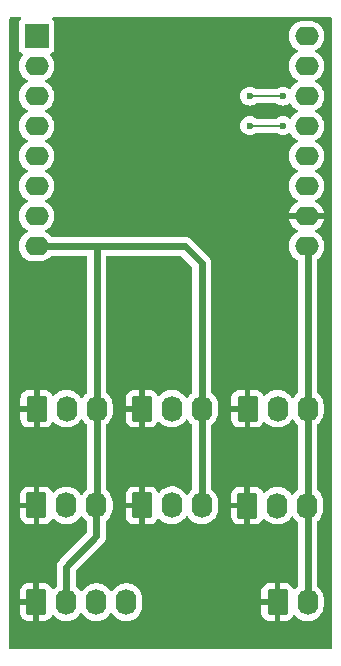
<source format=gbl>
G04 #@! TF.GenerationSoftware,KiCad,Pcbnew,8.0.4*
G04 #@! TF.CreationDate,2024-07-25T20:30:30+02:00*
G04 #@! TF.ProjectId,hmmctrl,686d6d63-7472-46c2-9e6b-696361645f70,rev?*
G04 #@! TF.SameCoordinates,Original*
G04 #@! TF.FileFunction,Copper,L2,Bot*
G04 #@! TF.FilePolarity,Positive*
%FSLAX46Y46*%
G04 Gerber Fmt 4.6, Leading zero omitted, Abs format (unit mm)*
G04 Created by KiCad (PCBNEW 8.0.4) date 2024-07-25 20:30:30*
%MOMM*%
%LPD*%
G01*
G04 APERTURE LIST*
G04 Aperture macros list*
%AMRoundRect*
0 Rectangle with rounded corners*
0 $1 Rounding radius*
0 $2 $3 $4 $5 $6 $7 $8 $9 X,Y pos of 4 corners*
0 Add a 4 corners polygon primitive as box body*
4,1,4,$2,$3,$4,$5,$6,$7,$8,$9,$2,$3,0*
0 Add four circle primitives for the rounded corners*
1,1,$1+$1,$2,$3*
1,1,$1+$1,$4,$5*
1,1,$1+$1,$6,$7*
1,1,$1+$1,$8,$9*
0 Add four rect primitives between the rounded corners*
20,1,$1+$1,$2,$3,$4,$5,0*
20,1,$1+$1,$4,$5,$6,$7,0*
20,1,$1+$1,$6,$7,$8,$9,0*
20,1,$1+$1,$8,$9,$2,$3,0*%
G04 Aperture macros list end*
G04 #@! TA.AperFunction,ComponentPad*
%ADD10RoundRect,0.250000X-0.620000X-0.845000X0.620000X-0.845000X0.620000X0.845000X-0.620000X0.845000X0*%
G04 #@! TD*
G04 #@! TA.AperFunction,ComponentPad*
%ADD11O,1.740000X2.190000*%
G04 #@! TD*
G04 #@! TA.AperFunction,ComponentPad*
%ADD12R,2.000000X2.000000*%
G04 #@! TD*
G04 #@! TA.AperFunction,ComponentPad*
%ADD13O,2.000000X1.600000*%
G04 #@! TD*
G04 #@! TA.AperFunction,ViaPad*
%ADD14C,0.600000*%
G04 #@! TD*
G04 #@! TA.AperFunction,Conductor*
%ADD15C,0.600000*%
G04 #@! TD*
G04 #@! TA.AperFunction,Conductor*
%ADD16C,0.200000*%
G04 #@! TD*
G04 APERTURE END LIST*
D10*
X90730000Y-86230000D03*
D11*
X93270000Y-86230000D03*
X95810000Y-86230000D03*
X98350000Y-86230000D03*
D10*
X90760000Y-69850000D03*
D11*
X93300000Y-69850000D03*
X95840000Y-69850000D03*
D10*
X99675000Y-78050000D03*
D11*
X102215000Y-78050000D03*
X104755000Y-78050000D03*
X95830000Y-78050000D03*
X93290000Y-78050000D03*
D10*
X90750000Y-78050000D03*
X108620000Y-69850000D03*
D11*
X111160000Y-69850000D03*
X113700000Y-69850000D03*
D10*
X99670000Y-69850000D03*
D11*
X102210000Y-69850000D03*
X104750000Y-69850000D03*
D10*
X111160000Y-86230000D03*
D11*
X113700000Y-86230000D03*
D10*
X108600000Y-78055000D03*
D11*
X111140000Y-78055000D03*
X113680000Y-78055000D03*
D12*
X90755000Y-38310000D03*
D13*
X90755000Y-40850000D03*
X90755000Y-43390000D03*
X90755000Y-45930000D03*
X90755000Y-48470000D03*
X90755000Y-51010000D03*
X90755000Y-53550000D03*
X90755000Y-56090000D03*
X113615000Y-56090000D03*
X113615000Y-53550000D03*
X113615000Y-51010000D03*
X113615000Y-48470000D03*
X113615000Y-45930000D03*
X113615000Y-43390000D03*
X113615000Y-40850000D03*
X113615000Y-38310000D03*
D14*
X111600000Y-43400000D03*
X108800000Y-43400000D03*
X111600000Y-45900000D03*
X108800000Y-45900000D03*
D15*
X95830000Y-78050000D02*
X95830000Y-80670000D01*
X95830000Y-80670000D02*
X93270000Y-83230000D01*
X93270000Y-83230000D02*
X93270000Y-86230000D01*
D16*
X108800000Y-43400000D02*
X111600000Y-43400000D01*
X108800000Y-45900000D02*
X111600000Y-45900000D01*
D15*
X104750000Y-69850000D02*
X104750000Y-69950000D01*
X104750000Y-69950000D02*
X104755000Y-69955000D01*
X104755000Y-69955000D02*
X104755000Y-78050000D01*
X95840000Y-69850000D02*
X95840000Y-78040000D01*
X95840000Y-78040000D02*
X95830000Y-78050000D01*
X90755000Y-56090000D02*
X95900000Y-56090000D01*
X95900000Y-56090000D02*
X103290000Y-56090000D01*
X95840000Y-69850000D02*
X95840000Y-56150000D01*
X95840000Y-56150000D02*
X95900000Y-56090000D01*
X103290000Y-56090000D02*
X104750000Y-57550000D01*
X104750000Y-57550000D02*
X104750000Y-69850000D01*
X113700000Y-86230000D02*
X113700000Y-56175000D01*
D16*
X113700000Y-56175000D02*
X113615000Y-56090000D01*
X102360000Y-77700000D02*
X102360000Y-77110000D01*
X102360000Y-77110000D02*
X102250000Y-77000000D01*
G04 #@! TA.AperFunction,Conductor*
G36*
X89429171Y-36719685D02*
G01*
X89474926Y-36772489D01*
X89484870Y-36841647D01*
X89455845Y-36905203D01*
X89436444Y-36923266D01*
X89397452Y-36952455D01*
X89311206Y-37067664D01*
X89311202Y-37067671D01*
X89260908Y-37202517D01*
X89254501Y-37262116D01*
X89254501Y-37262123D01*
X89254500Y-37262135D01*
X89254500Y-39357870D01*
X89254501Y-39357876D01*
X89260908Y-39417483D01*
X89311202Y-39552328D01*
X89311206Y-39552335D01*
X89397452Y-39667544D01*
X89397455Y-39667547D01*
X89512664Y-39753793D01*
X89512673Y-39753798D01*
X89549914Y-39767688D01*
X89605848Y-39809559D01*
X89630266Y-39875023D01*
X89615415Y-39943296D01*
X89594265Y-39971550D01*
X89563027Y-40002787D01*
X89442715Y-40168386D01*
X89349781Y-40350776D01*
X89286522Y-40545465D01*
X89254500Y-40747648D01*
X89254500Y-40952351D01*
X89286522Y-41154534D01*
X89349781Y-41349223D01*
X89442715Y-41531613D01*
X89563028Y-41697213D01*
X89707786Y-41841971D01*
X89862749Y-41954556D01*
X89873390Y-41962287D01*
X89964840Y-42008883D01*
X89966080Y-42009515D01*
X90016876Y-42057490D01*
X90033671Y-42125311D01*
X90011134Y-42191446D01*
X89966080Y-42230485D01*
X89873386Y-42277715D01*
X89707786Y-42398028D01*
X89563028Y-42542786D01*
X89442715Y-42708386D01*
X89349781Y-42890776D01*
X89286522Y-43085465D01*
X89254500Y-43287648D01*
X89254500Y-43492351D01*
X89286522Y-43694534D01*
X89349781Y-43889223D01*
X89406809Y-44001145D01*
X89438426Y-44063197D01*
X89442715Y-44071613D01*
X89563028Y-44237213D01*
X89707786Y-44381971D01*
X89862749Y-44494556D01*
X89873390Y-44502287D01*
X89964840Y-44548883D01*
X89966080Y-44549515D01*
X90016876Y-44597490D01*
X90033671Y-44665311D01*
X90011134Y-44731446D01*
X89966080Y-44770485D01*
X89873386Y-44817715D01*
X89707786Y-44938028D01*
X89563028Y-45082786D01*
X89442715Y-45248386D01*
X89349781Y-45430776D01*
X89286522Y-45625465D01*
X89254500Y-45827648D01*
X89254500Y-46032351D01*
X89286522Y-46234534D01*
X89349781Y-46429223D01*
X89442715Y-46611613D01*
X89563028Y-46777213D01*
X89707786Y-46921971D01*
X89862749Y-47034556D01*
X89873390Y-47042287D01*
X89964840Y-47088883D01*
X89966080Y-47089515D01*
X90016876Y-47137490D01*
X90033671Y-47205311D01*
X90011134Y-47271446D01*
X89966080Y-47310485D01*
X89873386Y-47357715D01*
X89707786Y-47478028D01*
X89563028Y-47622786D01*
X89442715Y-47788386D01*
X89349781Y-47970776D01*
X89286522Y-48165465D01*
X89254500Y-48367648D01*
X89254500Y-48572351D01*
X89286522Y-48774534D01*
X89349781Y-48969223D01*
X89442715Y-49151613D01*
X89563028Y-49317213D01*
X89707786Y-49461971D01*
X89862749Y-49574556D01*
X89873390Y-49582287D01*
X89964840Y-49628883D01*
X89966080Y-49629515D01*
X90016876Y-49677490D01*
X90033671Y-49745311D01*
X90011134Y-49811446D01*
X89966080Y-49850485D01*
X89873386Y-49897715D01*
X89707786Y-50018028D01*
X89563028Y-50162786D01*
X89442715Y-50328386D01*
X89349781Y-50510776D01*
X89286522Y-50705465D01*
X89254500Y-50907648D01*
X89254500Y-51112351D01*
X89286522Y-51314534D01*
X89349781Y-51509223D01*
X89442715Y-51691613D01*
X89563028Y-51857213D01*
X89707786Y-52001971D01*
X89862749Y-52114556D01*
X89873390Y-52122287D01*
X89964840Y-52168883D01*
X89966080Y-52169515D01*
X90016876Y-52217490D01*
X90033671Y-52285311D01*
X90011134Y-52351446D01*
X89966080Y-52390485D01*
X89873386Y-52437715D01*
X89707786Y-52558028D01*
X89563028Y-52702786D01*
X89442715Y-52868386D01*
X89349781Y-53050776D01*
X89286522Y-53245465D01*
X89254500Y-53447648D01*
X89254500Y-53652351D01*
X89286522Y-53854534D01*
X89349781Y-54049223D01*
X89442715Y-54231613D01*
X89563028Y-54397213D01*
X89707786Y-54541971D01*
X89862749Y-54654556D01*
X89873390Y-54662287D01*
X89964840Y-54708883D01*
X89966080Y-54709515D01*
X90016876Y-54757490D01*
X90033671Y-54825311D01*
X90011134Y-54891446D01*
X89966080Y-54930485D01*
X89873386Y-54977715D01*
X89707786Y-55098028D01*
X89563028Y-55242786D01*
X89442715Y-55408386D01*
X89349781Y-55590776D01*
X89286522Y-55785465D01*
X89254500Y-55987648D01*
X89254500Y-56192351D01*
X89286522Y-56394534D01*
X89349781Y-56589223D01*
X89442715Y-56771613D01*
X89563028Y-56937213D01*
X89707786Y-57081971D01*
X89862749Y-57194556D01*
X89873390Y-57202287D01*
X89971793Y-57252426D01*
X90055776Y-57295218D01*
X90055778Y-57295218D01*
X90055781Y-57295220D01*
X90121305Y-57316510D01*
X90250465Y-57358477D01*
X90351557Y-57374488D01*
X90452648Y-57390500D01*
X90452649Y-57390500D01*
X91057351Y-57390500D01*
X91057352Y-57390500D01*
X91259534Y-57358477D01*
X91454219Y-57295220D01*
X91636610Y-57202287D01*
X91729590Y-57134732D01*
X91802213Y-57081971D01*
X91802215Y-57081968D01*
X91802219Y-57081966D01*
X91946966Y-56937219D01*
X91946972Y-56937210D01*
X91949748Y-56933962D01*
X92008258Y-56895773D01*
X92044033Y-56890500D01*
X94915500Y-56890500D01*
X94982539Y-56910185D01*
X95028294Y-56962989D01*
X95039500Y-57014500D01*
X95039500Y-68449384D01*
X95019815Y-68516423D01*
X94988387Y-68549701D01*
X94947179Y-68579640D01*
X94794643Y-68732176D01*
X94794643Y-68732177D01*
X94794641Y-68732179D01*
X94777706Y-68755488D01*
X94670318Y-68903294D01*
X94614988Y-68945959D01*
X94545374Y-68951938D01*
X94483579Y-68919332D01*
X94469682Y-68903294D01*
X94432639Y-68852309D01*
X94345359Y-68732179D01*
X94192821Y-68579641D01*
X94018299Y-68452843D01*
X93826089Y-68354908D01*
X93620926Y-68288246D01*
X93620924Y-68288245D01*
X93620922Y-68288245D01*
X93407866Y-68254500D01*
X93407861Y-68254500D01*
X93192139Y-68254500D01*
X93192134Y-68254500D01*
X92979077Y-68288245D01*
X92773908Y-68354909D01*
X92581700Y-68452843D01*
X92407180Y-68579640D01*
X92264816Y-68722004D01*
X92203493Y-68755488D01*
X92133801Y-68750504D01*
X92077868Y-68708632D01*
X92064748Y-68686716D01*
X92064356Y-68685876D01*
X91972315Y-68536654D01*
X91848345Y-68412684D01*
X91699124Y-68320643D01*
X91699119Y-68320641D01*
X91532697Y-68265494D01*
X91532690Y-68265493D01*
X91429986Y-68255000D01*
X91010000Y-68255000D01*
X91010000Y-69307290D01*
X90989661Y-69295548D01*
X90838333Y-69255000D01*
X90681667Y-69255000D01*
X90530339Y-69295548D01*
X90510000Y-69307290D01*
X90510000Y-68255000D01*
X90090028Y-68255000D01*
X90090012Y-68255001D01*
X89987302Y-68265494D01*
X89820880Y-68320641D01*
X89820875Y-68320643D01*
X89671654Y-68412684D01*
X89547684Y-68536654D01*
X89455643Y-68685875D01*
X89455641Y-68685880D01*
X89400494Y-68852302D01*
X89400493Y-68852309D01*
X89390000Y-68955013D01*
X89390000Y-69600000D01*
X90217291Y-69600000D01*
X90205548Y-69620339D01*
X90165000Y-69771667D01*
X90165000Y-69928333D01*
X90205548Y-70079661D01*
X90217291Y-70100000D01*
X89390001Y-70100000D01*
X89390001Y-70744986D01*
X89400494Y-70847697D01*
X89455641Y-71014119D01*
X89455643Y-71014124D01*
X89547684Y-71163345D01*
X89671654Y-71287315D01*
X89820875Y-71379356D01*
X89820880Y-71379358D01*
X89987302Y-71434505D01*
X89987309Y-71434506D01*
X90090019Y-71444999D01*
X90509999Y-71444999D01*
X90510000Y-71444998D01*
X90510000Y-70392709D01*
X90530339Y-70404452D01*
X90681667Y-70445000D01*
X90838333Y-70445000D01*
X90989661Y-70404452D01*
X91010000Y-70392709D01*
X91010000Y-71444999D01*
X91429972Y-71444999D01*
X91429986Y-71444998D01*
X91532697Y-71434505D01*
X91699119Y-71379358D01*
X91699124Y-71379356D01*
X91848345Y-71287315D01*
X91972315Y-71163345D01*
X92064354Y-71014127D01*
X92064745Y-71013289D01*
X92065167Y-71012809D01*
X92068149Y-71007975D01*
X92068974Y-71008484D01*
X92110910Y-70960843D01*
X92178100Y-70941681D01*
X92244984Y-70961887D01*
X92264816Y-70977996D01*
X92407179Y-71120359D01*
X92581701Y-71247157D01*
X92773911Y-71345092D01*
X92979074Y-71411754D01*
X93058973Y-71424408D01*
X93192134Y-71445500D01*
X93192139Y-71445500D01*
X93407866Y-71445500D01*
X93526230Y-71426752D01*
X93620926Y-71411754D01*
X93826089Y-71345092D01*
X94018299Y-71247157D01*
X94192821Y-71120359D01*
X94345359Y-70967821D01*
X94469682Y-70796704D01*
X94525012Y-70754040D01*
X94594626Y-70748061D01*
X94656420Y-70780667D01*
X94670315Y-70796702D01*
X94794641Y-70967821D01*
X94947179Y-71120359D01*
X94988385Y-71150297D01*
X95031051Y-71205624D01*
X95039500Y-71250614D01*
X95039500Y-76642119D01*
X95019815Y-76709158D01*
X94988386Y-76742437D01*
X94937177Y-76779642D01*
X94784643Y-76932176D01*
X94784643Y-76932177D01*
X94784641Y-76932179D01*
X94707729Y-77038038D01*
X94660318Y-77103294D01*
X94604988Y-77145959D01*
X94535374Y-77151938D01*
X94473579Y-77119332D01*
X94459682Y-77103294D01*
X94437435Y-77072674D01*
X94335359Y-76932179D01*
X94182821Y-76779641D01*
X94008299Y-76652843D01*
X93816089Y-76554908D01*
X93610926Y-76488246D01*
X93610924Y-76488245D01*
X93610922Y-76488245D01*
X93397866Y-76454500D01*
X93397861Y-76454500D01*
X93182139Y-76454500D01*
X93182134Y-76454500D01*
X92969077Y-76488245D01*
X92763908Y-76554909D01*
X92571700Y-76652843D01*
X92397180Y-76779640D01*
X92254816Y-76922004D01*
X92193493Y-76955488D01*
X92123801Y-76950504D01*
X92067868Y-76908632D01*
X92054748Y-76886716D01*
X92054356Y-76885876D01*
X91962315Y-76736654D01*
X91838345Y-76612684D01*
X91689124Y-76520643D01*
X91689119Y-76520641D01*
X91522697Y-76465494D01*
X91522690Y-76465493D01*
X91419986Y-76455000D01*
X91000000Y-76455000D01*
X91000000Y-77507290D01*
X90979661Y-77495548D01*
X90828333Y-77455000D01*
X90671667Y-77455000D01*
X90520339Y-77495548D01*
X90500000Y-77507290D01*
X90500000Y-76455000D01*
X90080028Y-76455000D01*
X90080012Y-76455001D01*
X89977302Y-76465494D01*
X89810880Y-76520641D01*
X89810875Y-76520643D01*
X89661654Y-76612684D01*
X89537684Y-76736654D01*
X89445643Y-76885875D01*
X89445641Y-76885880D01*
X89390494Y-77052302D01*
X89390493Y-77052309D01*
X89380000Y-77155013D01*
X89380000Y-77800000D01*
X90207291Y-77800000D01*
X90195548Y-77820339D01*
X90155000Y-77971667D01*
X90155000Y-78128333D01*
X90195548Y-78279661D01*
X90207291Y-78300000D01*
X89380001Y-78300000D01*
X89380001Y-78944986D01*
X89390494Y-79047697D01*
X89445641Y-79214119D01*
X89445643Y-79214124D01*
X89537684Y-79363345D01*
X89661654Y-79487315D01*
X89810875Y-79579356D01*
X89810880Y-79579358D01*
X89977302Y-79634505D01*
X89977309Y-79634506D01*
X90080019Y-79644999D01*
X90499999Y-79644999D01*
X90500000Y-79644998D01*
X90500000Y-78592709D01*
X90520339Y-78604452D01*
X90671667Y-78645000D01*
X90828333Y-78645000D01*
X90979661Y-78604452D01*
X91000000Y-78592709D01*
X91000000Y-79644999D01*
X91419972Y-79644999D01*
X91419986Y-79644998D01*
X91522697Y-79634505D01*
X91689119Y-79579358D01*
X91689124Y-79579356D01*
X91838345Y-79487315D01*
X91962315Y-79363345D01*
X92054354Y-79214127D01*
X92054745Y-79213289D01*
X92055167Y-79212809D01*
X92058149Y-79207975D01*
X92058974Y-79208484D01*
X92100910Y-79160843D01*
X92168100Y-79141681D01*
X92234984Y-79161887D01*
X92254816Y-79177996D01*
X92397179Y-79320359D01*
X92571701Y-79447157D01*
X92763911Y-79545092D01*
X92969074Y-79611754D01*
X93048973Y-79624408D01*
X93182134Y-79645500D01*
X93182139Y-79645500D01*
X93397866Y-79645500D01*
X93516230Y-79626752D01*
X93610926Y-79611754D01*
X93816089Y-79545092D01*
X94008299Y-79447157D01*
X94182821Y-79320359D01*
X94335359Y-79167821D01*
X94459682Y-78996704D01*
X94515012Y-78954040D01*
X94584626Y-78948061D01*
X94646420Y-78980667D01*
X94660315Y-78996702D01*
X94784641Y-79167821D01*
X94937179Y-79320359D01*
X94978385Y-79350297D01*
X95021051Y-79405624D01*
X95029500Y-79450614D01*
X95029500Y-80287060D01*
X95009815Y-80354099D01*
X94993181Y-80374741D01*
X92759711Y-82608211D01*
X92703960Y-82663962D01*
X92648209Y-82719712D01*
X92560609Y-82850814D01*
X92560602Y-82850827D01*
X92500264Y-82996498D01*
X92500261Y-82996510D01*
X92469500Y-83151153D01*
X92469500Y-84829384D01*
X92449815Y-84896423D01*
X92418387Y-84929701D01*
X92377181Y-84959639D01*
X92234816Y-85102004D01*
X92173493Y-85135488D01*
X92103801Y-85130504D01*
X92047868Y-85088632D01*
X92034748Y-85066716D01*
X92034356Y-85065876D01*
X91942315Y-84916654D01*
X91818345Y-84792684D01*
X91669124Y-84700643D01*
X91669119Y-84700641D01*
X91502697Y-84645494D01*
X91502690Y-84645493D01*
X91399986Y-84635000D01*
X90980000Y-84635000D01*
X90980000Y-85687290D01*
X90959661Y-85675548D01*
X90808333Y-85635000D01*
X90651667Y-85635000D01*
X90500339Y-85675548D01*
X90480000Y-85687290D01*
X90480000Y-84635000D01*
X90060028Y-84635000D01*
X90060012Y-84635001D01*
X89957302Y-84645494D01*
X89790880Y-84700641D01*
X89790875Y-84700643D01*
X89641654Y-84792684D01*
X89517684Y-84916654D01*
X89425643Y-85065875D01*
X89425641Y-85065880D01*
X89370494Y-85232302D01*
X89370493Y-85232309D01*
X89360000Y-85335013D01*
X89360000Y-85980000D01*
X90187291Y-85980000D01*
X90175548Y-86000339D01*
X90135000Y-86151667D01*
X90135000Y-86308333D01*
X90175548Y-86459661D01*
X90187291Y-86480000D01*
X89360001Y-86480000D01*
X89360001Y-87124986D01*
X89370494Y-87227697D01*
X89425641Y-87394119D01*
X89425643Y-87394124D01*
X89517684Y-87543345D01*
X89641654Y-87667315D01*
X89790875Y-87759356D01*
X89790880Y-87759358D01*
X89957302Y-87814505D01*
X89957309Y-87814506D01*
X90060019Y-87824999D01*
X90479999Y-87824999D01*
X90480000Y-87824998D01*
X90480000Y-86772709D01*
X90500339Y-86784452D01*
X90651667Y-86825000D01*
X90808333Y-86825000D01*
X90959661Y-86784452D01*
X90980000Y-86772709D01*
X90980000Y-87824999D01*
X91399972Y-87824999D01*
X91399986Y-87824998D01*
X91502697Y-87814505D01*
X91669119Y-87759358D01*
X91669124Y-87759356D01*
X91818345Y-87667315D01*
X91942315Y-87543345D01*
X92034354Y-87394127D01*
X92034745Y-87393289D01*
X92035167Y-87392809D01*
X92038149Y-87387975D01*
X92038974Y-87388484D01*
X92080910Y-87340843D01*
X92148100Y-87321681D01*
X92214984Y-87341887D01*
X92234816Y-87357996D01*
X92377179Y-87500359D01*
X92551701Y-87627157D01*
X92743911Y-87725092D01*
X92949074Y-87791754D01*
X93028973Y-87804408D01*
X93162134Y-87825500D01*
X93162139Y-87825500D01*
X93377866Y-87825500D01*
X93496230Y-87806752D01*
X93590926Y-87791754D01*
X93796089Y-87725092D01*
X93988299Y-87627157D01*
X94162821Y-87500359D01*
X94315359Y-87347821D01*
X94439682Y-87176704D01*
X94495012Y-87134040D01*
X94564626Y-87128061D01*
X94626420Y-87160667D01*
X94640315Y-87176702D01*
X94764641Y-87347821D01*
X94917179Y-87500359D01*
X95091701Y-87627157D01*
X95283911Y-87725092D01*
X95489074Y-87791754D01*
X95568973Y-87804408D01*
X95702134Y-87825500D01*
X95702139Y-87825500D01*
X95917866Y-87825500D01*
X96036230Y-87806752D01*
X96130926Y-87791754D01*
X96336089Y-87725092D01*
X96528299Y-87627157D01*
X96702821Y-87500359D01*
X96855359Y-87347821D01*
X96979682Y-87176704D01*
X97035012Y-87134040D01*
X97104626Y-87128061D01*
X97166420Y-87160667D01*
X97180315Y-87176702D01*
X97304641Y-87347821D01*
X97457179Y-87500359D01*
X97631701Y-87627157D01*
X97823911Y-87725092D01*
X98029074Y-87791754D01*
X98108973Y-87804408D01*
X98242134Y-87825500D01*
X98242139Y-87825500D01*
X98457866Y-87825500D01*
X98576230Y-87806752D01*
X98670926Y-87791754D01*
X98876089Y-87725092D01*
X99068299Y-87627157D01*
X99242821Y-87500359D01*
X99395359Y-87347821D01*
X99522157Y-87173299D01*
X99620092Y-86981089D01*
X99686754Y-86775926D01*
X99701752Y-86681230D01*
X99720500Y-86562866D01*
X99720500Y-85897133D01*
X99686754Y-85684077D01*
X99686754Y-85684074D01*
X99620092Y-85478911D01*
X99522157Y-85286701D01*
X99395359Y-85112179D01*
X99242821Y-84959641D01*
X99068299Y-84832843D01*
X98876089Y-84734908D01*
X98670926Y-84668246D01*
X98670924Y-84668245D01*
X98670922Y-84668245D01*
X98457866Y-84634500D01*
X98457861Y-84634500D01*
X98242139Y-84634500D01*
X98242134Y-84634500D01*
X98029077Y-84668245D01*
X97823908Y-84734909D01*
X97631700Y-84832843D01*
X97574544Y-84874370D01*
X97457179Y-84959641D01*
X97457177Y-84959643D01*
X97457176Y-84959643D01*
X97304643Y-85112176D01*
X97304643Y-85112177D01*
X97304641Y-85112179D01*
X97287706Y-85135488D01*
X97180318Y-85283294D01*
X97124988Y-85325959D01*
X97055374Y-85331938D01*
X96993579Y-85299332D01*
X96979682Y-85283294D01*
X96942639Y-85232309D01*
X96855359Y-85112179D01*
X96702821Y-84959641D01*
X96528299Y-84832843D01*
X96336089Y-84734908D01*
X96130926Y-84668246D01*
X96130924Y-84668245D01*
X96130922Y-84668245D01*
X95917866Y-84634500D01*
X95917861Y-84634500D01*
X95702139Y-84634500D01*
X95702134Y-84634500D01*
X95489077Y-84668245D01*
X95283908Y-84734909D01*
X95091700Y-84832843D01*
X95034544Y-84874370D01*
X94917179Y-84959641D01*
X94917177Y-84959643D01*
X94917176Y-84959643D01*
X94764643Y-85112176D01*
X94764643Y-85112177D01*
X94764641Y-85112179D01*
X94747706Y-85135488D01*
X94640318Y-85283294D01*
X94584988Y-85325959D01*
X94515374Y-85331938D01*
X94453579Y-85299332D01*
X94439682Y-85283294D01*
X94402639Y-85232309D01*
X94315359Y-85112179D01*
X94162821Y-84959641D01*
X94162818Y-84959639D01*
X94121613Y-84929701D01*
X94078948Y-84874370D01*
X94070500Y-84829384D01*
X94070500Y-83612940D01*
X94090185Y-83545901D01*
X94106819Y-83525259D01*
X96451786Y-81180292D01*
X96451789Y-81180289D01*
X96539394Y-81049179D01*
X96599738Y-80903497D01*
X96630500Y-80748842D01*
X96630500Y-80591157D01*
X96630500Y-79450614D01*
X96650185Y-79383575D01*
X96681612Y-79350298D01*
X96722821Y-79320359D01*
X96875359Y-79167821D01*
X97002157Y-78993299D01*
X97100092Y-78801089D01*
X97166754Y-78595926D01*
X97181752Y-78501230D01*
X97200500Y-78382866D01*
X97200500Y-77717133D01*
X97167546Y-77509077D01*
X97166754Y-77504074D01*
X97100092Y-77298911D01*
X97002157Y-77106701D01*
X96875359Y-76932179D01*
X96722821Y-76779641D01*
X96708493Y-76769231D01*
X96691614Y-76756967D01*
X96648948Y-76701637D01*
X96640500Y-76656650D01*
X96640500Y-71250614D01*
X96660185Y-71183575D01*
X96691612Y-71150298D01*
X96732821Y-71120359D01*
X96885359Y-70967821D01*
X97012157Y-70793299D01*
X97110092Y-70601089D01*
X97176754Y-70395926D01*
X97191752Y-70301230D01*
X97210500Y-70182866D01*
X97210500Y-69517133D01*
X97176754Y-69304077D01*
X97176754Y-69304074D01*
X97110092Y-69098911D01*
X97012157Y-68906701D01*
X96885359Y-68732179D01*
X96732821Y-68579641D01*
X96691613Y-68549701D01*
X96648948Y-68494370D01*
X96640500Y-68449384D01*
X96640500Y-57014500D01*
X96660185Y-56947461D01*
X96712989Y-56901706D01*
X96764500Y-56890500D01*
X102907060Y-56890500D01*
X102974099Y-56910185D01*
X102994741Y-56926819D01*
X103913181Y-57845259D01*
X103946666Y-57906582D01*
X103949500Y-57932940D01*
X103949500Y-68449384D01*
X103929815Y-68516423D01*
X103898387Y-68549701D01*
X103857179Y-68579640D01*
X103704643Y-68732176D01*
X103704643Y-68732177D01*
X103704641Y-68732179D01*
X103687706Y-68755488D01*
X103580318Y-68903294D01*
X103524988Y-68945959D01*
X103455374Y-68951938D01*
X103393579Y-68919332D01*
X103379682Y-68903294D01*
X103342639Y-68852309D01*
X103255359Y-68732179D01*
X103102821Y-68579641D01*
X102928299Y-68452843D01*
X102736089Y-68354908D01*
X102530926Y-68288246D01*
X102530924Y-68288245D01*
X102530922Y-68288245D01*
X102317866Y-68254500D01*
X102317861Y-68254500D01*
X102102139Y-68254500D01*
X102102134Y-68254500D01*
X101889077Y-68288245D01*
X101683908Y-68354909D01*
X101491700Y-68452843D01*
X101317180Y-68579640D01*
X101174816Y-68722004D01*
X101113493Y-68755488D01*
X101043801Y-68750504D01*
X100987868Y-68708632D01*
X100974748Y-68686716D01*
X100974356Y-68685876D01*
X100882315Y-68536654D01*
X100758345Y-68412684D01*
X100609124Y-68320643D01*
X100609119Y-68320641D01*
X100442697Y-68265494D01*
X100442690Y-68265493D01*
X100339986Y-68255000D01*
X99920000Y-68255000D01*
X99920000Y-69307290D01*
X99899661Y-69295548D01*
X99748333Y-69255000D01*
X99591667Y-69255000D01*
X99440339Y-69295548D01*
X99420000Y-69307290D01*
X99420000Y-68255000D01*
X99000028Y-68255000D01*
X99000012Y-68255001D01*
X98897302Y-68265494D01*
X98730880Y-68320641D01*
X98730875Y-68320643D01*
X98581654Y-68412684D01*
X98457684Y-68536654D01*
X98365643Y-68685875D01*
X98365641Y-68685880D01*
X98310494Y-68852302D01*
X98310493Y-68852309D01*
X98300000Y-68955013D01*
X98300000Y-69600000D01*
X99127291Y-69600000D01*
X99115548Y-69620339D01*
X99075000Y-69771667D01*
X99075000Y-69928333D01*
X99115548Y-70079661D01*
X99127291Y-70100000D01*
X98300001Y-70100000D01*
X98300001Y-70744986D01*
X98310494Y-70847697D01*
X98365641Y-71014119D01*
X98365643Y-71014124D01*
X98457684Y-71163345D01*
X98581654Y-71287315D01*
X98730875Y-71379356D01*
X98730880Y-71379358D01*
X98897302Y-71434505D01*
X98897309Y-71434506D01*
X99000019Y-71444999D01*
X99419999Y-71444999D01*
X99420000Y-71444998D01*
X99420000Y-70392709D01*
X99440339Y-70404452D01*
X99591667Y-70445000D01*
X99748333Y-70445000D01*
X99899661Y-70404452D01*
X99920000Y-70392709D01*
X99920000Y-71444999D01*
X100339972Y-71444999D01*
X100339986Y-71444998D01*
X100442697Y-71434505D01*
X100609119Y-71379358D01*
X100609124Y-71379356D01*
X100758345Y-71287315D01*
X100882315Y-71163345D01*
X100974354Y-71014127D01*
X100974745Y-71013289D01*
X100975167Y-71012809D01*
X100978149Y-71007975D01*
X100978974Y-71008484D01*
X101020910Y-70960843D01*
X101088100Y-70941681D01*
X101154984Y-70961887D01*
X101174816Y-70977996D01*
X101317179Y-71120359D01*
X101491701Y-71247157D01*
X101683911Y-71345092D01*
X101889074Y-71411754D01*
X101968973Y-71424408D01*
X102102134Y-71445500D01*
X102102139Y-71445500D01*
X102317866Y-71445500D01*
X102436230Y-71426752D01*
X102530926Y-71411754D01*
X102736089Y-71345092D01*
X102928299Y-71247157D01*
X103102821Y-71120359D01*
X103255359Y-70967821D01*
X103379682Y-70796704D01*
X103435012Y-70754040D01*
X103504626Y-70748061D01*
X103566420Y-70780667D01*
X103580315Y-70796702D01*
X103704641Y-70967821D01*
X103857179Y-71120359D01*
X103903387Y-71153931D01*
X103946051Y-71209258D01*
X103954500Y-71254247D01*
X103954500Y-76649384D01*
X103934815Y-76716423D01*
X103903387Y-76749701D01*
X103862179Y-76779640D01*
X103709643Y-76932176D01*
X103709643Y-76932177D01*
X103709641Y-76932179D01*
X103632729Y-77038038D01*
X103585318Y-77103294D01*
X103529988Y-77145959D01*
X103460374Y-77151938D01*
X103398579Y-77119332D01*
X103384682Y-77103294D01*
X103362435Y-77072674D01*
X103260359Y-76932179D01*
X103107821Y-76779641D01*
X102933299Y-76652843D01*
X102912252Y-76642119D01*
X102741089Y-76554907D01*
X102613936Y-76513591D01*
X102590256Y-76503048D01*
X102481788Y-76440424D01*
X102481789Y-76440424D01*
X102469263Y-76437067D01*
X102329057Y-76399499D01*
X102170943Y-76399499D01*
X102079306Y-76424053D01*
X102018213Y-76440423D01*
X102018210Y-76440425D01*
X101970900Y-76467739D01*
X101928302Y-76482824D01*
X101894076Y-76488245D01*
X101688908Y-76554909D01*
X101496700Y-76652843D01*
X101322180Y-76779640D01*
X101179816Y-76922004D01*
X101118493Y-76955488D01*
X101048801Y-76950504D01*
X100992868Y-76908632D01*
X100979748Y-76886716D01*
X100979356Y-76885876D01*
X100887315Y-76736654D01*
X100763345Y-76612684D01*
X100614124Y-76520643D01*
X100614119Y-76520641D01*
X100447697Y-76465494D01*
X100447690Y-76465493D01*
X100344986Y-76455000D01*
X99925000Y-76455000D01*
X99925000Y-77507290D01*
X99904661Y-77495548D01*
X99753333Y-77455000D01*
X99596667Y-77455000D01*
X99445339Y-77495548D01*
X99425000Y-77507290D01*
X99425000Y-76455000D01*
X99005028Y-76455000D01*
X99005012Y-76455001D01*
X98902302Y-76465494D01*
X98735880Y-76520641D01*
X98735875Y-76520643D01*
X98586654Y-76612684D01*
X98462684Y-76736654D01*
X98370643Y-76885875D01*
X98370641Y-76885880D01*
X98315494Y-77052302D01*
X98315493Y-77052309D01*
X98305000Y-77155013D01*
X98305000Y-77800000D01*
X99132291Y-77800000D01*
X99120548Y-77820339D01*
X99080000Y-77971667D01*
X99080000Y-78128333D01*
X99120548Y-78279661D01*
X99132291Y-78300000D01*
X98305001Y-78300000D01*
X98305001Y-78944986D01*
X98315494Y-79047697D01*
X98370641Y-79214119D01*
X98370643Y-79214124D01*
X98462684Y-79363345D01*
X98586654Y-79487315D01*
X98735875Y-79579356D01*
X98735880Y-79579358D01*
X98902302Y-79634505D01*
X98902309Y-79634506D01*
X99005019Y-79644999D01*
X99424999Y-79644999D01*
X99425000Y-79644998D01*
X99425000Y-78592709D01*
X99445339Y-78604452D01*
X99596667Y-78645000D01*
X99753333Y-78645000D01*
X99904661Y-78604452D01*
X99925000Y-78592709D01*
X99925000Y-79644999D01*
X100344972Y-79644999D01*
X100344986Y-79644998D01*
X100447697Y-79634505D01*
X100614119Y-79579358D01*
X100614124Y-79579356D01*
X100763345Y-79487315D01*
X100887315Y-79363345D01*
X100979354Y-79214127D01*
X100979745Y-79213289D01*
X100980167Y-79212809D01*
X100983149Y-79207975D01*
X100983974Y-79208484D01*
X101025910Y-79160843D01*
X101093100Y-79141681D01*
X101159984Y-79161887D01*
X101179816Y-79177996D01*
X101322179Y-79320359D01*
X101496701Y-79447157D01*
X101688911Y-79545092D01*
X101894074Y-79611754D01*
X101973973Y-79624408D01*
X102107134Y-79645500D01*
X102107139Y-79645500D01*
X102322866Y-79645500D01*
X102441230Y-79626752D01*
X102535926Y-79611754D01*
X102741089Y-79545092D01*
X102933299Y-79447157D01*
X103107821Y-79320359D01*
X103260359Y-79167821D01*
X103384682Y-78996704D01*
X103440012Y-78954040D01*
X103509626Y-78948061D01*
X103571420Y-78980667D01*
X103585315Y-78996702D01*
X103709641Y-79167821D01*
X103862179Y-79320359D01*
X104036701Y-79447157D01*
X104228911Y-79545092D01*
X104434074Y-79611754D01*
X104513973Y-79624408D01*
X104647134Y-79645500D01*
X104647139Y-79645500D01*
X104862866Y-79645500D01*
X104981230Y-79626752D01*
X105075926Y-79611754D01*
X105281089Y-79545092D01*
X105473299Y-79447157D01*
X105647821Y-79320359D01*
X105800359Y-79167821D01*
X105927157Y-78993299D01*
X106025092Y-78801089D01*
X106091754Y-78595926D01*
X106106752Y-78501230D01*
X106125500Y-78382866D01*
X106125500Y-77717133D01*
X106092546Y-77509077D01*
X106091754Y-77504074D01*
X106025092Y-77298911D01*
X105954321Y-77160013D01*
X107230000Y-77160013D01*
X107230000Y-77805000D01*
X108057291Y-77805000D01*
X108045548Y-77825339D01*
X108005000Y-77976667D01*
X108005000Y-78133333D01*
X108045548Y-78284661D01*
X108057291Y-78305000D01*
X107230001Y-78305000D01*
X107230001Y-78949986D01*
X107240494Y-79052697D01*
X107295641Y-79219119D01*
X107295643Y-79219124D01*
X107387684Y-79368345D01*
X107511654Y-79492315D01*
X107660875Y-79584356D01*
X107660880Y-79584358D01*
X107827302Y-79639505D01*
X107827309Y-79639506D01*
X107930019Y-79649999D01*
X108349999Y-79649999D01*
X108350000Y-79649998D01*
X108350000Y-78597709D01*
X108370339Y-78609452D01*
X108521667Y-78650000D01*
X108678333Y-78650000D01*
X108829661Y-78609452D01*
X108850000Y-78597709D01*
X108850000Y-79649999D01*
X109269972Y-79649999D01*
X109269986Y-79649998D01*
X109372697Y-79639505D01*
X109539119Y-79584358D01*
X109539124Y-79584356D01*
X109688345Y-79492315D01*
X109812315Y-79368345D01*
X109904354Y-79219127D01*
X109904745Y-79218289D01*
X109905167Y-79217809D01*
X109908149Y-79212975D01*
X109908974Y-79213484D01*
X109950910Y-79165843D01*
X110018100Y-79146681D01*
X110084984Y-79166887D01*
X110104816Y-79182996D01*
X110247179Y-79325359D01*
X110421701Y-79452157D01*
X110613911Y-79550092D01*
X110819074Y-79616754D01*
X110898973Y-79629408D01*
X111032134Y-79650500D01*
X111032139Y-79650500D01*
X111247866Y-79650500D01*
X111366230Y-79631752D01*
X111460926Y-79616754D01*
X111666089Y-79550092D01*
X111858299Y-79452157D01*
X112032821Y-79325359D01*
X112185359Y-79172821D01*
X112309682Y-79001704D01*
X112365012Y-78959040D01*
X112434626Y-78953061D01*
X112496420Y-78985667D01*
X112510315Y-79001702D01*
X112634641Y-79172821D01*
X112787179Y-79325359D01*
X112848388Y-79369830D01*
X112891051Y-79425156D01*
X112899500Y-79470145D01*
X112899500Y-84829384D01*
X112879815Y-84896423D01*
X112848387Y-84929701D01*
X112807181Y-84959639D01*
X112664816Y-85102004D01*
X112603493Y-85135488D01*
X112533801Y-85130504D01*
X112477868Y-85088632D01*
X112464748Y-85066716D01*
X112464356Y-85065876D01*
X112372315Y-84916654D01*
X112248345Y-84792684D01*
X112099124Y-84700643D01*
X112099119Y-84700641D01*
X111932697Y-84645494D01*
X111932690Y-84645493D01*
X111829986Y-84635000D01*
X111410000Y-84635000D01*
X111410000Y-85687290D01*
X111389661Y-85675548D01*
X111238333Y-85635000D01*
X111081667Y-85635000D01*
X110930339Y-85675548D01*
X110910000Y-85687290D01*
X110910000Y-84635000D01*
X110490028Y-84635000D01*
X110490012Y-84635001D01*
X110387302Y-84645494D01*
X110220880Y-84700641D01*
X110220875Y-84700643D01*
X110071654Y-84792684D01*
X109947684Y-84916654D01*
X109855643Y-85065875D01*
X109855641Y-85065880D01*
X109800494Y-85232302D01*
X109800493Y-85232309D01*
X109790000Y-85335013D01*
X109790000Y-85980000D01*
X110617291Y-85980000D01*
X110605548Y-86000339D01*
X110565000Y-86151667D01*
X110565000Y-86308333D01*
X110605548Y-86459661D01*
X110617291Y-86480000D01*
X109790001Y-86480000D01*
X109790001Y-87124986D01*
X109800494Y-87227697D01*
X109855641Y-87394119D01*
X109855643Y-87394124D01*
X109947684Y-87543345D01*
X110071654Y-87667315D01*
X110220875Y-87759356D01*
X110220880Y-87759358D01*
X110387302Y-87814505D01*
X110387309Y-87814506D01*
X110490019Y-87824999D01*
X110909999Y-87824999D01*
X110910000Y-87824998D01*
X110910000Y-86772709D01*
X110930339Y-86784452D01*
X111081667Y-86825000D01*
X111238333Y-86825000D01*
X111389661Y-86784452D01*
X111410000Y-86772709D01*
X111410000Y-87824999D01*
X111829972Y-87824999D01*
X111829986Y-87824998D01*
X111932697Y-87814505D01*
X112099119Y-87759358D01*
X112099124Y-87759356D01*
X112248345Y-87667315D01*
X112372315Y-87543345D01*
X112464354Y-87394127D01*
X112464745Y-87393289D01*
X112465167Y-87392809D01*
X112468149Y-87387975D01*
X112468974Y-87388484D01*
X112510910Y-87340843D01*
X112578100Y-87321681D01*
X112644984Y-87341887D01*
X112664816Y-87357996D01*
X112807179Y-87500359D01*
X112981701Y-87627157D01*
X113173911Y-87725092D01*
X113379074Y-87791754D01*
X113458973Y-87804408D01*
X113592134Y-87825500D01*
X113592139Y-87825500D01*
X113807866Y-87825500D01*
X113926230Y-87806752D01*
X114020926Y-87791754D01*
X114226089Y-87725092D01*
X114418299Y-87627157D01*
X114592821Y-87500359D01*
X114745359Y-87347821D01*
X114872157Y-87173299D01*
X114970092Y-86981089D01*
X115036754Y-86775926D01*
X115051752Y-86681230D01*
X115070500Y-86562866D01*
X115070500Y-85897133D01*
X115036754Y-85684077D01*
X115036754Y-85684074D01*
X114970092Y-85478911D01*
X114872157Y-85286701D01*
X114745359Y-85112179D01*
X114592821Y-84959641D01*
X114592818Y-84959639D01*
X114551613Y-84929701D01*
X114508948Y-84874370D01*
X114500500Y-84829384D01*
X114500500Y-79441084D01*
X114520185Y-79374045D01*
X114551615Y-79340765D01*
X114572821Y-79325359D01*
X114725359Y-79172821D01*
X114852157Y-78998299D01*
X114950092Y-78806089D01*
X115016754Y-78600926D01*
X115031752Y-78506230D01*
X115050500Y-78387866D01*
X115050500Y-77722133D01*
X115027810Y-77578882D01*
X115016754Y-77509074D01*
X114950092Y-77303911D01*
X114852157Y-77111701D01*
X114725359Y-76937179D01*
X114572821Y-76784641D01*
X114565941Y-76779642D01*
X114551612Y-76769231D01*
X114508948Y-76713900D01*
X114500500Y-76668915D01*
X114500500Y-71250614D01*
X114520185Y-71183575D01*
X114551612Y-71150298D01*
X114592821Y-71120359D01*
X114745359Y-70967821D01*
X114872157Y-70793299D01*
X114970092Y-70601089D01*
X115036754Y-70395926D01*
X115051752Y-70301230D01*
X115070500Y-70182866D01*
X115070500Y-69517133D01*
X115036754Y-69304077D01*
X115036754Y-69304074D01*
X114970092Y-69098911D01*
X114872157Y-68906701D01*
X114745359Y-68732179D01*
X114592821Y-68579641D01*
X114551613Y-68549701D01*
X114508948Y-68494370D01*
X114500500Y-68449384D01*
X114500500Y-57262642D01*
X114520185Y-57195603D01*
X114551615Y-57162324D01*
X114662215Y-57081969D01*
X114662215Y-57081968D01*
X114662219Y-57081966D01*
X114806966Y-56937219D01*
X114806968Y-56937215D01*
X114806971Y-56937213D01*
X114859732Y-56864590D01*
X114927287Y-56771610D01*
X115020220Y-56589219D01*
X115083477Y-56394534D01*
X115115500Y-56192352D01*
X115115500Y-55987648D01*
X115083477Y-55785466D01*
X115020220Y-55590781D01*
X115020218Y-55590778D01*
X115020218Y-55590776D01*
X114957767Y-55468211D01*
X114927287Y-55408390D01*
X114907098Y-55380602D01*
X114806971Y-55242786D01*
X114662213Y-55098028D01*
X114496611Y-54977713D01*
X114403369Y-54930203D01*
X114352574Y-54882229D01*
X114335779Y-54814407D01*
X114358317Y-54748273D01*
X114403371Y-54709234D01*
X114496347Y-54661861D01*
X114661894Y-54541582D01*
X114661895Y-54541582D01*
X114806582Y-54396895D01*
X114806582Y-54396894D01*
X114926859Y-54231349D01*
X115019755Y-54049029D01*
X115082990Y-53854413D01*
X115091609Y-53800000D01*
X114048012Y-53800000D01*
X114080925Y-53742993D01*
X114115000Y-53615826D01*
X114115000Y-53484174D01*
X114080925Y-53357007D01*
X114048012Y-53300000D01*
X115091609Y-53300000D01*
X115082990Y-53245586D01*
X115019755Y-53050970D01*
X114926859Y-52868650D01*
X114806582Y-52703105D01*
X114806582Y-52703104D01*
X114661895Y-52558417D01*
X114496349Y-52438140D01*
X114403370Y-52390765D01*
X114352574Y-52342790D01*
X114335779Y-52274969D01*
X114358316Y-52208835D01*
X114403370Y-52169795D01*
X114403920Y-52169515D01*
X114496610Y-52122287D01*
X114517770Y-52106913D01*
X114662213Y-52001971D01*
X114662215Y-52001968D01*
X114662219Y-52001966D01*
X114806966Y-51857219D01*
X114806968Y-51857215D01*
X114806971Y-51857213D01*
X114859732Y-51784590D01*
X114927287Y-51691610D01*
X115020220Y-51509219D01*
X115083477Y-51314534D01*
X115115500Y-51112352D01*
X115115500Y-50907648D01*
X115083477Y-50705466D01*
X115020220Y-50510781D01*
X115020218Y-50510778D01*
X115020218Y-50510776D01*
X114986503Y-50444607D01*
X114927287Y-50328390D01*
X114919556Y-50317749D01*
X114806971Y-50162786D01*
X114662213Y-50018028D01*
X114496614Y-49897715D01*
X114490006Y-49894348D01*
X114403917Y-49850483D01*
X114353123Y-49802511D01*
X114336328Y-49734690D01*
X114358865Y-49668555D01*
X114403917Y-49629516D01*
X114496610Y-49582287D01*
X114517770Y-49566913D01*
X114662213Y-49461971D01*
X114662215Y-49461968D01*
X114662219Y-49461966D01*
X114806966Y-49317219D01*
X114806968Y-49317215D01*
X114806971Y-49317213D01*
X114859732Y-49244590D01*
X114927287Y-49151610D01*
X115020220Y-48969219D01*
X115083477Y-48774534D01*
X115115500Y-48572352D01*
X115115500Y-48367648D01*
X115083477Y-48165466D01*
X115020220Y-47970781D01*
X115020218Y-47970778D01*
X115020218Y-47970776D01*
X114986503Y-47904607D01*
X114927287Y-47788390D01*
X114919556Y-47777749D01*
X114806971Y-47622786D01*
X114662213Y-47478028D01*
X114496614Y-47357715D01*
X114490006Y-47354348D01*
X114403917Y-47310483D01*
X114353123Y-47262511D01*
X114336328Y-47194690D01*
X114358865Y-47128555D01*
X114403917Y-47089516D01*
X114496610Y-47042287D01*
X114517770Y-47026913D01*
X114662213Y-46921971D01*
X114662215Y-46921968D01*
X114662219Y-46921966D01*
X114806966Y-46777219D01*
X114806968Y-46777215D01*
X114806971Y-46777213D01*
X114916985Y-46625789D01*
X114927287Y-46611610D01*
X115020220Y-46429219D01*
X115083477Y-46234534D01*
X115115500Y-46032352D01*
X115115500Y-45827648D01*
X115083477Y-45625466D01*
X115020220Y-45430781D01*
X115020218Y-45430778D01*
X115020218Y-45430776D01*
X114958869Y-45310373D01*
X114927287Y-45248390D01*
X114919556Y-45237749D01*
X114806971Y-45082786D01*
X114662213Y-44938028D01*
X114496614Y-44817715D01*
X114490006Y-44814348D01*
X114403917Y-44770483D01*
X114353123Y-44722511D01*
X114336328Y-44654690D01*
X114358865Y-44588555D01*
X114403917Y-44549516D01*
X114496610Y-44502287D01*
X114517770Y-44486913D01*
X114662213Y-44381971D01*
X114662215Y-44381968D01*
X114662219Y-44381966D01*
X114806966Y-44237219D01*
X114806968Y-44237215D01*
X114806971Y-44237213D01*
X114887924Y-44125789D01*
X114927287Y-44071610D01*
X115020220Y-43889219D01*
X115083477Y-43694534D01*
X115115500Y-43492352D01*
X115115500Y-43287648D01*
X115083477Y-43085466D01*
X115020220Y-42890781D01*
X115020218Y-42890778D01*
X115020218Y-42890776D01*
X114963680Y-42779815D01*
X114927287Y-42708390D01*
X114902455Y-42674211D01*
X114806971Y-42542786D01*
X114662213Y-42398028D01*
X114496614Y-42277715D01*
X114490006Y-42274348D01*
X114403917Y-42230483D01*
X114353123Y-42182511D01*
X114336328Y-42114690D01*
X114358865Y-42048555D01*
X114403917Y-42009516D01*
X114496610Y-41962287D01*
X114517770Y-41946913D01*
X114662213Y-41841971D01*
X114662215Y-41841968D01*
X114662219Y-41841966D01*
X114806966Y-41697219D01*
X114806968Y-41697215D01*
X114806971Y-41697213D01*
X114859732Y-41624590D01*
X114927287Y-41531610D01*
X115020220Y-41349219D01*
X115083477Y-41154534D01*
X115115500Y-40952352D01*
X115115500Y-40747648D01*
X115083477Y-40545466D01*
X115020220Y-40350781D01*
X115020218Y-40350778D01*
X115020218Y-40350776D01*
X114986503Y-40284607D01*
X114927287Y-40168390D01*
X114919556Y-40157749D01*
X114806971Y-40002786D01*
X114662213Y-39858028D01*
X114496614Y-39737715D01*
X114490006Y-39734348D01*
X114403917Y-39690483D01*
X114353123Y-39642511D01*
X114336328Y-39574690D01*
X114358865Y-39508555D01*
X114403917Y-39469516D01*
X114496610Y-39422287D01*
X114517770Y-39406913D01*
X114662213Y-39301971D01*
X114662215Y-39301968D01*
X114662219Y-39301966D01*
X114806966Y-39157219D01*
X114806968Y-39157215D01*
X114806971Y-39157213D01*
X114859732Y-39084590D01*
X114927287Y-38991610D01*
X115020220Y-38809219D01*
X115083477Y-38614534D01*
X115115500Y-38412352D01*
X115115500Y-38207648D01*
X115083477Y-38005466D01*
X115020220Y-37810781D01*
X115020218Y-37810778D01*
X115020218Y-37810776D01*
X114986503Y-37744607D01*
X114927287Y-37628390D01*
X114919556Y-37617749D01*
X114806971Y-37462786D01*
X114662213Y-37318028D01*
X114496613Y-37197715D01*
X114496612Y-37197714D01*
X114496610Y-37197713D01*
X114439653Y-37168691D01*
X114314223Y-37104781D01*
X114119534Y-37041522D01*
X113944995Y-37013878D01*
X113917352Y-37009500D01*
X113312648Y-37009500D01*
X113288329Y-37013351D01*
X113110465Y-37041522D01*
X112915776Y-37104781D01*
X112733386Y-37197715D01*
X112567786Y-37318028D01*
X112423028Y-37462786D01*
X112302715Y-37628386D01*
X112209781Y-37810776D01*
X112146522Y-38005465D01*
X112114500Y-38207648D01*
X112114500Y-38412351D01*
X112146522Y-38614534D01*
X112209781Y-38809223D01*
X112302715Y-38991613D01*
X112423028Y-39157213D01*
X112567786Y-39301971D01*
X112722749Y-39414556D01*
X112733390Y-39422287D01*
X112824840Y-39468883D01*
X112826080Y-39469515D01*
X112876876Y-39517490D01*
X112893671Y-39585311D01*
X112871134Y-39651446D01*
X112826080Y-39690485D01*
X112733386Y-39737715D01*
X112567786Y-39858028D01*
X112423028Y-40002786D01*
X112302715Y-40168386D01*
X112209781Y-40350776D01*
X112146522Y-40545465D01*
X112114500Y-40747648D01*
X112114500Y-40952351D01*
X112146522Y-41154534D01*
X112209781Y-41349223D01*
X112302715Y-41531613D01*
X112423028Y-41697213D01*
X112567786Y-41841971D01*
X112722749Y-41954556D01*
X112733390Y-41962287D01*
X112824840Y-42008883D01*
X112826080Y-42009515D01*
X112876876Y-42057490D01*
X112893671Y-42125311D01*
X112871134Y-42191446D01*
X112826080Y-42230485D01*
X112733386Y-42277715D01*
X112567786Y-42398028D01*
X112423028Y-42542786D01*
X112302714Y-42708386D01*
X112291396Y-42730600D01*
X112243421Y-42781395D01*
X112175599Y-42798189D01*
X112109465Y-42775650D01*
X112103603Y-42771253D01*
X112102265Y-42770186D01*
X111949523Y-42674211D01*
X111779254Y-42614631D01*
X111779249Y-42614630D01*
X111600004Y-42594435D01*
X111599996Y-42594435D01*
X111420750Y-42614630D01*
X111420745Y-42614631D01*
X111250476Y-42674211D01*
X111097736Y-42770185D01*
X111094903Y-42772445D01*
X111092724Y-42773334D01*
X111091842Y-42773889D01*
X111091744Y-42773734D01*
X111030217Y-42798855D01*
X111017588Y-42799500D01*
X109382412Y-42799500D01*
X109315373Y-42779815D01*
X109305097Y-42772445D01*
X109302263Y-42770185D01*
X109302262Y-42770184D01*
X109245496Y-42734515D01*
X109149523Y-42674211D01*
X108979254Y-42614631D01*
X108979249Y-42614630D01*
X108800004Y-42594435D01*
X108799996Y-42594435D01*
X108620750Y-42614630D01*
X108620745Y-42614631D01*
X108450476Y-42674211D01*
X108297737Y-42770184D01*
X108170184Y-42897737D01*
X108074211Y-43050476D01*
X108014631Y-43220745D01*
X108014630Y-43220750D01*
X107994435Y-43399996D01*
X107994435Y-43400003D01*
X108014630Y-43579249D01*
X108014631Y-43579254D01*
X108074211Y-43749523D01*
X108161991Y-43889223D01*
X108170184Y-43902262D01*
X108297738Y-44029816D01*
X108450478Y-44125789D01*
X108620745Y-44185368D01*
X108620750Y-44185369D01*
X108799996Y-44205565D01*
X108800000Y-44205565D01*
X108800004Y-44205565D01*
X108979249Y-44185369D01*
X108979252Y-44185368D01*
X108979255Y-44185368D01*
X109149522Y-44125789D01*
X109302262Y-44029816D01*
X109302267Y-44029810D01*
X109305097Y-44027555D01*
X109307275Y-44026665D01*
X109308158Y-44026111D01*
X109308255Y-44026265D01*
X109369783Y-44001145D01*
X109382412Y-44000500D01*
X111017588Y-44000500D01*
X111084627Y-44020185D01*
X111094903Y-44027555D01*
X111097736Y-44029814D01*
X111097738Y-44029816D01*
X111250478Y-44125789D01*
X111420745Y-44185368D01*
X111420750Y-44185369D01*
X111599996Y-44205565D01*
X111600000Y-44205565D01*
X111600004Y-44205565D01*
X111779249Y-44185369D01*
X111779252Y-44185368D01*
X111779255Y-44185368D01*
X111949522Y-44125789D01*
X112102262Y-44029816D01*
X112102266Y-44029811D01*
X112107705Y-44025475D01*
X112108972Y-44027063D01*
X112161564Y-43998334D01*
X112231257Y-44003307D01*
X112287197Y-44045169D01*
X112298426Y-44063197D01*
X112302714Y-44071613D01*
X112423028Y-44237213D01*
X112567786Y-44381971D01*
X112722749Y-44494556D01*
X112733390Y-44502287D01*
X112824840Y-44548883D01*
X112826080Y-44549515D01*
X112876876Y-44597490D01*
X112893671Y-44665311D01*
X112871134Y-44731446D01*
X112826080Y-44770485D01*
X112733386Y-44817715D01*
X112567786Y-44938028D01*
X112423028Y-45082786D01*
X112302715Y-45248385D01*
X112300450Y-45252082D01*
X112248635Y-45298954D01*
X112179705Y-45310373D01*
X112115543Y-45282712D01*
X112107045Y-45274967D01*
X112102262Y-45270184D01*
X111949523Y-45174211D01*
X111779254Y-45114631D01*
X111779249Y-45114630D01*
X111600004Y-45094435D01*
X111599996Y-45094435D01*
X111420750Y-45114630D01*
X111420745Y-45114631D01*
X111250476Y-45174211D01*
X111097736Y-45270185D01*
X111094903Y-45272445D01*
X111092724Y-45273334D01*
X111091842Y-45273889D01*
X111091744Y-45273734D01*
X111030217Y-45298855D01*
X111017588Y-45299500D01*
X109382412Y-45299500D01*
X109315373Y-45279815D01*
X109305097Y-45272445D01*
X109302263Y-45270185D01*
X109302262Y-45270184D01*
X109245496Y-45234515D01*
X109149523Y-45174211D01*
X108979254Y-45114631D01*
X108979249Y-45114630D01*
X108800004Y-45094435D01*
X108799996Y-45094435D01*
X108620750Y-45114630D01*
X108620745Y-45114631D01*
X108450476Y-45174211D01*
X108297737Y-45270184D01*
X108170184Y-45397737D01*
X108074211Y-45550476D01*
X108014631Y-45720745D01*
X108014630Y-45720750D01*
X107994435Y-45899996D01*
X107994435Y-45900003D01*
X108014630Y-46079249D01*
X108014631Y-46079254D01*
X108074211Y-46249523D01*
X108170184Y-46402262D01*
X108297738Y-46529816D01*
X108450478Y-46625789D01*
X108620745Y-46685368D01*
X108620750Y-46685369D01*
X108799996Y-46705565D01*
X108800000Y-46705565D01*
X108800004Y-46705565D01*
X108979249Y-46685369D01*
X108979252Y-46685368D01*
X108979255Y-46685368D01*
X109149522Y-46625789D01*
X109302262Y-46529816D01*
X109302267Y-46529810D01*
X109305097Y-46527555D01*
X109307275Y-46526665D01*
X109308158Y-46526111D01*
X109308255Y-46526265D01*
X109369783Y-46501145D01*
X109382412Y-46500500D01*
X111017588Y-46500500D01*
X111084627Y-46520185D01*
X111094903Y-46527555D01*
X111097736Y-46529814D01*
X111097738Y-46529816D01*
X111250478Y-46625789D01*
X111420745Y-46685368D01*
X111420750Y-46685369D01*
X111599996Y-46705565D01*
X111600000Y-46705565D01*
X111600004Y-46705565D01*
X111779249Y-46685369D01*
X111779252Y-46685368D01*
X111779255Y-46685368D01*
X111949522Y-46625789D01*
X112102262Y-46529816D01*
X112102264Y-46529813D01*
X112107662Y-46526422D01*
X112174899Y-46507421D01*
X112241734Y-46527788D01*
X112284119Y-46575119D01*
X112302713Y-46611611D01*
X112423028Y-46777213D01*
X112567786Y-46921971D01*
X112722749Y-47034556D01*
X112733390Y-47042287D01*
X112824840Y-47088883D01*
X112826080Y-47089515D01*
X112876876Y-47137490D01*
X112893671Y-47205311D01*
X112871134Y-47271446D01*
X112826080Y-47310485D01*
X112733386Y-47357715D01*
X112567786Y-47478028D01*
X112423028Y-47622786D01*
X112302715Y-47788386D01*
X112209781Y-47970776D01*
X112146522Y-48165465D01*
X112114500Y-48367648D01*
X112114500Y-48572351D01*
X112146522Y-48774534D01*
X112209781Y-48969223D01*
X112302715Y-49151613D01*
X112423028Y-49317213D01*
X112567786Y-49461971D01*
X112722749Y-49574556D01*
X112733390Y-49582287D01*
X112824840Y-49628883D01*
X112826080Y-49629515D01*
X112876876Y-49677490D01*
X112893671Y-49745311D01*
X112871134Y-49811446D01*
X112826080Y-49850485D01*
X112733386Y-49897715D01*
X112567786Y-50018028D01*
X112423028Y-50162786D01*
X112302715Y-50328386D01*
X112209781Y-50510776D01*
X112146522Y-50705465D01*
X112114500Y-50907648D01*
X112114500Y-51112351D01*
X112146522Y-51314534D01*
X112209781Y-51509223D01*
X112302715Y-51691613D01*
X112423028Y-51857213D01*
X112567786Y-52001971D01*
X112722749Y-52114556D01*
X112733390Y-52122287D01*
X112805424Y-52158990D01*
X112826629Y-52169795D01*
X112877425Y-52217770D01*
X112894220Y-52285591D01*
X112871682Y-52351726D01*
X112826629Y-52390765D01*
X112733650Y-52438140D01*
X112568105Y-52558417D01*
X112568104Y-52558417D01*
X112423417Y-52703104D01*
X112423417Y-52703105D01*
X112303140Y-52868650D01*
X112210244Y-53050970D01*
X112147009Y-53245586D01*
X112138391Y-53300000D01*
X113181988Y-53300000D01*
X113149075Y-53357007D01*
X113115000Y-53484174D01*
X113115000Y-53615826D01*
X113149075Y-53742993D01*
X113181988Y-53800000D01*
X112138391Y-53800000D01*
X112147009Y-53854413D01*
X112210244Y-54049029D01*
X112303140Y-54231349D01*
X112423417Y-54396894D01*
X112423417Y-54396895D01*
X112568104Y-54541582D01*
X112733652Y-54661861D01*
X112826628Y-54709234D01*
X112877425Y-54757208D01*
X112894220Y-54825029D01*
X112871683Y-54891164D01*
X112826630Y-54930203D01*
X112733388Y-54977713D01*
X112567786Y-55098028D01*
X112423028Y-55242786D01*
X112302715Y-55408386D01*
X112209781Y-55590776D01*
X112146522Y-55785465D01*
X112114500Y-55987648D01*
X112114500Y-56192351D01*
X112146522Y-56394534D01*
X112209781Y-56589223D01*
X112302715Y-56771613D01*
X112423028Y-56937213D01*
X112567786Y-57081971D01*
X112733388Y-57202286D01*
X112831794Y-57252426D01*
X112882590Y-57300400D01*
X112899500Y-57362911D01*
X112899500Y-68449384D01*
X112879815Y-68516423D01*
X112848387Y-68549701D01*
X112807179Y-68579640D01*
X112654643Y-68732176D01*
X112654643Y-68732177D01*
X112654641Y-68732179D01*
X112637706Y-68755488D01*
X112530318Y-68903294D01*
X112474988Y-68945959D01*
X112405374Y-68951938D01*
X112343579Y-68919332D01*
X112329682Y-68903294D01*
X112292639Y-68852309D01*
X112205359Y-68732179D01*
X112052821Y-68579641D01*
X111878299Y-68452843D01*
X111686089Y-68354908D01*
X111480926Y-68288246D01*
X111480924Y-68288245D01*
X111480922Y-68288245D01*
X111267866Y-68254500D01*
X111267861Y-68254500D01*
X111052139Y-68254500D01*
X111052134Y-68254500D01*
X110839077Y-68288245D01*
X110633908Y-68354909D01*
X110441700Y-68452843D01*
X110267180Y-68579640D01*
X110124816Y-68722004D01*
X110063493Y-68755488D01*
X109993801Y-68750504D01*
X109937868Y-68708632D01*
X109924748Y-68686716D01*
X109924356Y-68685876D01*
X109832315Y-68536654D01*
X109708345Y-68412684D01*
X109559124Y-68320643D01*
X109559119Y-68320641D01*
X109392697Y-68265494D01*
X109392690Y-68265493D01*
X109289986Y-68255000D01*
X108870000Y-68255000D01*
X108870000Y-69307290D01*
X108849661Y-69295548D01*
X108698333Y-69255000D01*
X108541667Y-69255000D01*
X108390339Y-69295548D01*
X108370000Y-69307290D01*
X108370000Y-68255000D01*
X107950028Y-68255000D01*
X107950012Y-68255001D01*
X107847302Y-68265494D01*
X107680880Y-68320641D01*
X107680875Y-68320643D01*
X107531654Y-68412684D01*
X107407684Y-68536654D01*
X107315643Y-68685875D01*
X107315641Y-68685880D01*
X107260494Y-68852302D01*
X107260493Y-68852309D01*
X107250000Y-68955013D01*
X107250000Y-69600000D01*
X108077291Y-69600000D01*
X108065548Y-69620339D01*
X108025000Y-69771667D01*
X108025000Y-69928333D01*
X108065548Y-70079661D01*
X108077291Y-70100000D01*
X107250001Y-70100000D01*
X107250001Y-70744986D01*
X107260494Y-70847697D01*
X107315641Y-71014119D01*
X107315643Y-71014124D01*
X107407684Y-71163345D01*
X107531654Y-71287315D01*
X107680875Y-71379356D01*
X107680880Y-71379358D01*
X107847302Y-71434505D01*
X107847309Y-71434506D01*
X107950019Y-71444999D01*
X108369999Y-71444999D01*
X108370000Y-71444998D01*
X108370000Y-70392709D01*
X108390339Y-70404452D01*
X108541667Y-70445000D01*
X108698333Y-70445000D01*
X108849661Y-70404452D01*
X108870000Y-70392709D01*
X108870000Y-71444999D01*
X109289972Y-71444999D01*
X109289986Y-71444998D01*
X109392697Y-71434505D01*
X109559119Y-71379358D01*
X109559124Y-71379356D01*
X109708345Y-71287315D01*
X109832315Y-71163345D01*
X109924354Y-71014127D01*
X109924745Y-71013289D01*
X109925167Y-71012809D01*
X109928149Y-71007975D01*
X109928974Y-71008484D01*
X109970910Y-70960843D01*
X110038100Y-70941681D01*
X110104984Y-70961887D01*
X110124816Y-70977996D01*
X110267179Y-71120359D01*
X110441701Y-71247157D01*
X110633911Y-71345092D01*
X110839074Y-71411754D01*
X110918973Y-71424408D01*
X111052134Y-71445500D01*
X111052139Y-71445500D01*
X111267866Y-71445500D01*
X111386230Y-71426752D01*
X111480926Y-71411754D01*
X111686089Y-71345092D01*
X111878299Y-71247157D01*
X112052821Y-71120359D01*
X112205359Y-70967821D01*
X112329682Y-70796704D01*
X112385012Y-70754040D01*
X112454626Y-70748061D01*
X112516420Y-70780667D01*
X112530315Y-70796702D01*
X112654641Y-70967821D01*
X112807179Y-71120359D01*
X112848385Y-71150297D01*
X112891051Y-71205624D01*
X112899500Y-71250614D01*
X112899500Y-76639853D01*
X112879815Y-76706892D01*
X112848387Y-76740170D01*
X112787179Y-76784640D01*
X112634643Y-76937176D01*
X112634643Y-76937177D01*
X112634641Y-76937179D01*
X112617706Y-76960488D01*
X112510318Y-77108294D01*
X112454988Y-77150959D01*
X112385374Y-77156938D01*
X112323579Y-77124332D01*
X112309682Y-77108294D01*
X112272639Y-77057309D01*
X112185359Y-76937179D01*
X112032821Y-76784641D01*
X111858299Y-76657843D01*
X111666089Y-76559908D01*
X111460926Y-76493246D01*
X111460924Y-76493245D01*
X111460922Y-76493245D01*
X111247866Y-76459500D01*
X111247861Y-76459500D01*
X111032139Y-76459500D01*
X111032134Y-76459500D01*
X110819077Y-76493245D01*
X110613908Y-76559909D01*
X110421700Y-76657843D01*
X110247180Y-76784640D01*
X110104816Y-76927004D01*
X110043493Y-76960488D01*
X109973801Y-76955504D01*
X109917868Y-76913632D01*
X109904748Y-76891716D01*
X109904356Y-76890876D01*
X109812315Y-76741654D01*
X109688345Y-76617684D01*
X109539124Y-76525643D01*
X109539119Y-76525641D01*
X109372697Y-76470494D01*
X109372690Y-76470493D01*
X109269986Y-76460000D01*
X108850000Y-76460000D01*
X108850000Y-77512290D01*
X108829661Y-77500548D01*
X108678333Y-77460000D01*
X108521667Y-77460000D01*
X108370339Y-77500548D01*
X108350000Y-77512290D01*
X108350000Y-76460000D01*
X107930028Y-76460000D01*
X107930012Y-76460001D01*
X107827302Y-76470494D01*
X107660880Y-76525641D01*
X107660875Y-76525643D01*
X107511654Y-76617684D01*
X107387684Y-76741654D01*
X107295643Y-76890875D01*
X107295641Y-76890880D01*
X107240494Y-77057302D01*
X107240493Y-77057309D01*
X107230000Y-77160013D01*
X105954321Y-77160013D01*
X105927157Y-77106701D01*
X105800359Y-76932179D01*
X105647821Y-76779641D01*
X105616613Y-76756967D01*
X105606613Y-76749701D01*
X105563948Y-76694370D01*
X105555500Y-76649384D01*
X105555500Y-71246982D01*
X105575185Y-71179943D01*
X105606615Y-71146663D01*
X105642821Y-71120359D01*
X105795359Y-70967821D01*
X105922157Y-70793299D01*
X106020092Y-70601089D01*
X106086754Y-70395926D01*
X106101752Y-70301230D01*
X106120500Y-70182866D01*
X106120500Y-69517133D01*
X106086754Y-69304077D01*
X106086754Y-69304074D01*
X106020092Y-69098911D01*
X105922157Y-68906701D01*
X105795359Y-68732179D01*
X105642821Y-68579641D01*
X105601613Y-68549701D01*
X105558948Y-68494370D01*
X105550500Y-68449384D01*
X105550500Y-57471155D01*
X105550499Y-57471153D01*
X105519738Y-57316510D01*
X105519737Y-57316503D01*
X105472428Y-57202287D01*
X105459397Y-57170827D01*
X105459390Y-57170814D01*
X105371790Y-57039712D01*
X105346578Y-57014500D01*
X105260289Y-56928211D01*
X104726612Y-56394534D01*
X103800292Y-55468213D01*
X103800288Y-55468210D01*
X103669185Y-55380609D01*
X103669172Y-55380602D01*
X103523501Y-55320264D01*
X103523489Y-55320261D01*
X103368845Y-55289500D01*
X103368842Y-55289500D01*
X95978843Y-55289500D01*
X95978842Y-55289500D01*
X92044033Y-55289500D01*
X91976994Y-55269815D01*
X91949748Y-55246038D01*
X91946964Y-55242779D01*
X91802213Y-55098028D01*
X91636614Y-54977715D01*
X91630006Y-54974348D01*
X91543917Y-54930483D01*
X91493123Y-54882511D01*
X91476328Y-54814690D01*
X91498865Y-54748555D01*
X91543917Y-54709516D01*
X91636610Y-54662287D01*
X91657770Y-54646913D01*
X91802213Y-54541971D01*
X91802215Y-54541968D01*
X91802219Y-54541966D01*
X91946966Y-54397219D01*
X91946968Y-54397215D01*
X91946971Y-54397213D01*
X91999732Y-54324590D01*
X92067287Y-54231610D01*
X92160220Y-54049219D01*
X92223477Y-53854534D01*
X92255500Y-53652352D01*
X92255500Y-53447648D01*
X92241144Y-53357007D01*
X92223477Y-53245465D01*
X92160218Y-53050776D01*
X92067419Y-52868650D01*
X92067287Y-52868390D01*
X92059556Y-52857749D01*
X91946971Y-52702786D01*
X91802213Y-52558028D01*
X91636614Y-52437715D01*
X91630006Y-52434348D01*
X91543917Y-52390483D01*
X91493123Y-52342511D01*
X91476328Y-52274690D01*
X91498865Y-52208555D01*
X91543917Y-52169516D01*
X91636610Y-52122287D01*
X91657770Y-52106913D01*
X91802213Y-52001971D01*
X91802215Y-52001968D01*
X91802219Y-52001966D01*
X91946966Y-51857219D01*
X91946968Y-51857215D01*
X91946971Y-51857213D01*
X91999732Y-51784590D01*
X92067287Y-51691610D01*
X92160220Y-51509219D01*
X92223477Y-51314534D01*
X92255500Y-51112352D01*
X92255500Y-50907648D01*
X92223477Y-50705466D01*
X92160220Y-50510781D01*
X92160218Y-50510778D01*
X92160218Y-50510776D01*
X92126503Y-50444607D01*
X92067287Y-50328390D01*
X92059556Y-50317749D01*
X91946971Y-50162786D01*
X91802213Y-50018028D01*
X91636614Y-49897715D01*
X91630006Y-49894348D01*
X91543917Y-49850483D01*
X91493123Y-49802511D01*
X91476328Y-49734690D01*
X91498865Y-49668555D01*
X91543917Y-49629516D01*
X91636610Y-49582287D01*
X91657770Y-49566913D01*
X91802213Y-49461971D01*
X91802215Y-49461968D01*
X91802219Y-49461966D01*
X91946966Y-49317219D01*
X91946968Y-49317215D01*
X91946971Y-49317213D01*
X91999732Y-49244590D01*
X92067287Y-49151610D01*
X92160220Y-48969219D01*
X92223477Y-48774534D01*
X92255500Y-48572352D01*
X92255500Y-48367648D01*
X92223477Y-48165466D01*
X92160220Y-47970781D01*
X92160218Y-47970778D01*
X92160218Y-47970776D01*
X92126503Y-47904607D01*
X92067287Y-47788390D01*
X92059556Y-47777749D01*
X91946971Y-47622786D01*
X91802213Y-47478028D01*
X91636614Y-47357715D01*
X91630006Y-47354348D01*
X91543917Y-47310483D01*
X91493123Y-47262511D01*
X91476328Y-47194690D01*
X91498865Y-47128555D01*
X91543917Y-47089516D01*
X91636610Y-47042287D01*
X91657770Y-47026913D01*
X91802213Y-46921971D01*
X91802215Y-46921968D01*
X91802219Y-46921966D01*
X91946966Y-46777219D01*
X91946968Y-46777215D01*
X91946971Y-46777213D01*
X92056985Y-46625789D01*
X92067287Y-46611610D01*
X92160220Y-46429219D01*
X92223477Y-46234534D01*
X92255500Y-46032352D01*
X92255500Y-45827648D01*
X92223477Y-45625466D01*
X92160220Y-45430781D01*
X92160218Y-45430778D01*
X92160218Y-45430776D01*
X92098869Y-45310373D01*
X92067287Y-45248390D01*
X92059556Y-45237749D01*
X91946971Y-45082786D01*
X91802213Y-44938028D01*
X91636614Y-44817715D01*
X91630006Y-44814348D01*
X91543917Y-44770483D01*
X91493123Y-44722511D01*
X91476328Y-44654690D01*
X91498865Y-44588555D01*
X91543917Y-44549516D01*
X91636610Y-44502287D01*
X91657770Y-44486913D01*
X91802213Y-44381971D01*
X91802215Y-44381968D01*
X91802219Y-44381966D01*
X91946966Y-44237219D01*
X91946968Y-44237215D01*
X91946971Y-44237213D01*
X92027924Y-44125789D01*
X92067287Y-44071610D01*
X92160220Y-43889219D01*
X92223477Y-43694534D01*
X92255500Y-43492352D01*
X92255500Y-43287648D01*
X92223477Y-43085466D01*
X92160220Y-42890781D01*
X92160218Y-42890778D01*
X92160218Y-42890776D01*
X92103680Y-42779815D01*
X92067287Y-42708390D01*
X92042455Y-42674211D01*
X91946971Y-42542786D01*
X91802213Y-42398028D01*
X91636614Y-42277715D01*
X91630006Y-42274348D01*
X91543917Y-42230483D01*
X91493123Y-42182511D01*
X91476328Y-42114690D01*
X91498865Y-42048555D01*
X91543917Y-42009516D01*
X91636610Y-41962287D01*
X91657770Y-41946913D01*
X91802213Y-41841971D01*
X91802215Y-41841968D01*
X91802219Y-41841966D01*
X91946966Y-41697219D01*
X91946968Y-41697215D01*
X91946971Y-41697213D01*
X91999732Y-41624590D01*
X92067287Y-41531610D01*
X92160220Y-41349219D01*
X92223477Y-41154534D01*
X92255500Y-40952352D01*
X92255500Y-40747648D01*
X92223477Y-40545466D01*
X92160220Y-40350781D01*
X92160218Y-40350778D01*
X92160218Y-40350776D01*
X92126503Y-40284607D01*
X92067287Y-40168390D01*
X92059556Y-40157749D01*
X91946971Y-40002786D01*
X91915736Y-39971551D01*
X91882251Y-39910228D01*
X91887235Y-39840536D01*
X91929107Y-39784603D01*
X91960080Y-39767689D01*
X91997331Y-39753796D01*
X92112546Y-39667546D01*
X92198796Y-39552331D01*
X92249091Y-39417483D01*
X92255500Y-39357873D01*
X92255499Y-37262128D01*
X92249091Y-37202517D01*
X92247299Y-37197713D01*
X92198797Y-37067671D01*
X92198793Y-37067664D01*
X92112547Y-36952455D01*
X92073556Y-36923266D01*
X92031686Y-36867332D01*
X92026702Y-36797640D01*
X92060188Y-36736318D01*
X92121512Y-36702833D01*
X92147868Y-36700000D01*
X115625500Y-36700000D01*
X115692539Y-36719685D01*
X115738294Y-36772489D01*
X115749500Y-36824000D01*
X115749500Y-90075500D01*
X115729815Y-90142539D01*
X115677011Y-90188294D01*
X115625500Y-90199500D01*
X88574500Y-90199500D01*
X88507461Y-90179815D01*
X88461706Y-90127011D01*
X88450500Y-90075500D01*
X88450500Y-36824000D01*
X88470185Y-36756961D01*
X88522989Y-36711206D01*
X88574500Y-36700000D01*
X89362132Y-36700000D01*
X89429171Y-36719685D01*
G37*
G04 #@! TD.AperFunction*
M02*

</source>
